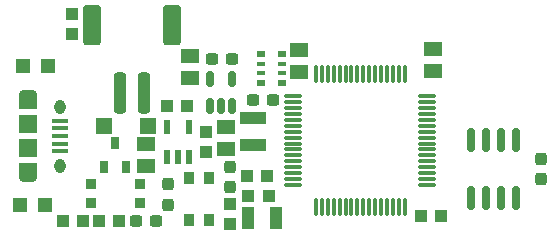
<source format=gbr>
%TF.GenerationSoftware,KiCad,Pcbnew,8.0.4-8.0.4-0~ubuntu22.04.1*%
%TF.CreationDate,2024-08-18T15:20:42-07:00*%
%TF.ProjectId,feather_M4_express,66656174-6865-4725-9f4d-345f65787072,rev?*%
%TF.SameCoordinates,Original*%
%TF.FileFunction,Paste,Top*%
%TF.FilePolarity,Positive*%
%FSLAX46Y46*%
G04 Gerber Fmt 4.6, Leading zero omitted, Abs format (unit mm)*
G04 Created by KiCad (PCBNEW 8.0.4-8.0.4-0~ubuntu22.04.1) date 2024-08-18 15:20:42*
%MOMM*%
%LPD*%
G01*
G04 APERTURE LIST*
G04 Aperture macros list*
%AMRoundRect*
0 Rectangle with rounded corners*
0 $1 Rounding radius*
0 $2 $3 $4 $5 $6 $7 $8 $9 X,Y pos of 4 corners*
0 Add a 4 corners polygon primitive as box body*
4,1,4,$2,$3,$4,$5,$6,$7,$8,$9,$2,$3,0*
0 Add four circle primitives for the rounded corners*
1,1,$1+$1,$2,$3*
1,1,$1+$1,$4,$5*
1,1,$1+$1,$6,$7*
1,1,$1+$1,$8,$9*
0 Add four rect primitives between the rounded corners*
20,1,$1+$1,$2,$3,$4,$5,0*
20,1,$1+$1,$4,$5,$6,$7,0*
20,1,$1+$1,$6,$7,$8,$9,0*
20,1,$1+$1,$8,$9,$2,$3,0*%
G04 Aperture macros list end*
%ADD10R,1.000000X1.075000*%
%ADD11O,1.550000X0.890000*%
%ADD12O,0.950000X1.250000*%
%ADD13R,1.350000X0.400000*%
%ADD14R,1.550000X1.200000*%
%ADD15R,1.550000X1.500000*%
%ADD16R,1.200000X1.200000*%
%ADD17R,0.635000X1.016000*%
%ADD18R,0.900000X0.900000*%
%ADD19R,2.200000X1.016000*%
%ADD20R,1.500000X1.240000*%
%ADD21RoundRect,0.075000X0.075000X-0.662500X0.075000X0.662500X-0.075000X0.662500X-0.075000X-0.662500X0*%
%ADD22RoundRect,0.075000X0.662500X-0.075000X0.662500X0.075000X-0.662500X0.075000X-0.662500X-0.075000X0*%
%ADD23RoundRect,0.237500X-0.237500X0.300000X-0.237500X-0.300000X0.237500X-0.300000X0.237500X0.300000X0*%
%ADD24R,1.075000X1.000000*%
%ADD25R,0.800000X0.500000*%
%ADD26R,0.800000X0.400000*%
%ADD27RoundRect,0.150000X0.150000X-0.825000X0.150000X0.825000X-0.150000X0.825000X-0.150000X-0.825000X0*%
%ADD28RoundRect,0.250000X0.250000X1.500000X-0.250000X1.500000X-0.250000X-1.500000X0.250000X-1.500000X0*%
%ADD29RoundRect,0.250001X0.499999X1.449999X-0.499999X1.449999X-0.499999X-1.449999X0.499999X-1.449999X0*%
%ADD30RoundRect,0.237500X-0.300000X-0.237500X0.300000X-0.237500X0.300000X0.237500X-0.300000X0.237500X0*%
%ADD31R,1.100000X1.900000*%
%ADD32R,1.400000X1.400000*%
%ADD33R,0.850000X1.000000*%
%ADD34R,0.550000X1.200000*%
%ADD35RoundRect,0.237500X0.237500X-0.300000X0.237500X0.300000X-0.237500X0.300000X-0.237500X-0.300000X0*%
%ADD36RoundRect,0.150000X0.150000X-0.512500X0.150000X0.512500X-0.150000X0.512500X-0.150000X-0.512500X0*%
G04 APERTURE END LIST*
D10*
%TO.C,R7*%
X210032600Y-127279400D03*
X210032600Y-128979400D03*
%TD*%
D11*
%TO.C,X3*%
X206298800Y-134138200D03*
D12*
X208998800Y-135138200D03*
X208998800Y-140138200D03*
D11*
X206298800Y-141138200D03*
D13*
X208998800Y-136338200D03*
X208998800Y-136988200D03*
X208998800Y-137638200D03*
X208998800Y-138288200D03*
X208998800Y-138938200D03*
D14*
X206298800Y-134738200D03*
D15*
X206298800Y-136638200D03*
X206298800Y-138638200D03*
D14*
X206298800Y-140538200D03*
%TD*%
D10*
%TO.C,C2*%
X223418400Y-145083900D03*
X223418400Y-143383900D03*
%TD*%
D16*
%TO.C,L1*%
X208000600Y-131724400D03*
X205900600Y-131724400D03*
%TD*%
D17*
%TO.C,Q3*%
X212765600Y-140226800D03*
X214665600Y-140226800D03*
X213715600Y-138226800D03*
%TD*%
D18*
%TO.C,SW1*%
X211673000Y-143332200D03*
X215773000Y-143332200D03*
X211673000Y-141732200D03*
X215773000Y-141732200D03*
%TD*%
D16*
%TO.C,CHG*%
X205689200Y-143484600D03*
X207789200Y-143484600D03*
%TD*%
D19*
%TO.C,L2*%
X225374200Y-136134600D03*
X225374200Y-138388600D03*
%TD*%
D20*
%TO.C,C6*%
X216357200Y-138282600D03*
X216357200Y-140182600D03*
%TD*%
D21*
%TO.C,U$1*%
X230713400Y-143684400D03*
X231213400Y-143684400D03*
X231713400Y-143684400D03*
X232213400Y-143684400D03*
X232713400Y-143684400D03*
X233213400Y-143684400D03*
X233713400Y-143684400D03*
X234213400Y-143684400D03*
X234713400Y-143684400D03*
X235213400Y-143684400D03*
X235713400Y-143684400D03*
X236213400Y-143684400D03*
X236713400Y-143684400D03*
X237213400Y-143684400D03*
X237713400Y-143684400D03*
X238213400Y-143684400D03*
D22*
X240125900Y-141771900D03*
X240125900Y-141271900D03*
X240125900Y-140771900D03*
X240125900Y-140271900D03*
X240125900Y-139771900D03*
X240125900Y-139271900D03*
X240125900Y-138771900D03*
X240125900Y-138271900D03*
X240125900Y-137771900D03*
X240125900Y-137271900D03*
X240125900Y-136771900D03*
X240125900Y-136271900D03*
X240125900Y-135771900D03*
X240125900Y-135271900D03*
X240125900Y-134771900D03*
X240125900Y-134271900D03*
D21*
X238213400Y-132359400D03*
X237713400Y-132359400D03*
X237213400Y-132359400D03*
X236713400Y-132359400D03*
X236213400Y-132359400D03*
X235713400Y-132359400D03*
X235213400Y-132359400D03*
X234713400Y-132359400D03*
X234213400Y-132359400D03*
X233713400Y-132359400D03*
X233213400Y-132359400D03*
X232713400Y-132359400D03*
X232213400Y-132359400D03*
X231713400Y-132359400D03*
X231213400Y-132359400D03*
X230713400Y-132359400D03*
D22*
X228800900Y-134271900D03*
X228800900Y-134771900D03*
X228800900Y-135271900D03*
X228800900Y-135771900D03*
X228800900Y-136271900D03*
X228800900Y-136771900D03*
X228800900Y-137271900D03*
X228800900Y-137771900D03*
X228800900Y-138271900D03*
X228800900Y-138771900D03*
X228800900Y-139271900D03*
X228800900Y-139771900D03*
X228800900Y-140271900D03*
X228800900Y-140771900D03*
X228800900Y-141271900D03*
X228800900Y-141771900D03*
%TD*%
D23*
%TO.C,C10*%
X249758200Y-139573000D03*
X249758200Y-141298000D03*
%TD*%
D24*
%TO.C,R8*%
X218098000Y-135128000D03*
X219798000Y-135128000D03*
%TD*%
D10*
%TO.C,R3*%
X221437200Y-137288800D03*
X221437200Y-138988800D03*
%TD*%
D25*
%TO.C,R9*%
X227874400Y-133102200D03*
D26*
X227874400Y-132302200D03*
X227874400Y-131502200D03*
D25*
X227874400Y-130702200D03*
X226074400Y-130702200D03*
D26*
X226074400Y-131502200D03*
X226074400Y-132302200D03*
D25*
X226074400Y-133102200D03*
%TD*%
D27*
%TO.C,U1*%
X243865400Y-142911600D03*
X245135400Y-142911600D03*
X246405400Y-142911600D03*
X247675400Y-142911600D03*
X247675400Y-137961600D03*
X246405400Y-137961600D03*
X245135400Y-137961600D03*
X243865400Y-137961600D03*
%TD*%
D20*
%TO.C,C3*%
X220065600Y-130835400D03*
X220065600Y-132735400D03*
%TD*%
%TO.C,C5*%
X240604600Y-130264100D03*
X240604600Y-132164100D03*
%TD*%
%TO.C,C8*%
X229235000Y-132232400D03*
X229235000Y-130332400D03*
%TD*%
D28*
%TO.C,X1*%
X216140800Y-134020000D03*
X214140800Y-134020000D03*
D29*
X218490800Y-128270000D03*
X211790800Y-128270000D03*
%TD*%
D24*
%TO.C,R6*%
X224866200Y-140995400D03*
X226566200Y-140995400D03*
%TD*%
D30*
%TO.C,C7*%
X221870100Y-131102100D03*
X223595100Y-131102100D03*
%TD*%
D20*
%TO.C,C13*%
X223113600Y-136829800D03*
X223113600Y-138729800D03*
%TD*%
D23*
%TO.C,C11*%
X223418400Y-140234500D03*
X223418400Y-141959500D03*
%TD*%
D24*
%TO.C,C4*%
X226695000Y-142722600D03*
X224995000Y-142722600D03*
%TD*%
D31*
%TO.C,X2*%
X224930000Y-144576800D03*
X227330000Y-144576800D03*
%TD*%
D32*
%TO.C,D4*%
X212775800Y-136753600D03*
X216475800Y-136753600D03*
%TD*%
D33*
%TO.C,LED1*%
X221688600Y-141224000D03*
X219938600Y-141224000D03*
X219938600Y-144724000D03*
X221688600Y-144724000D03*
%TD*%
D34*
%TO.C,U3*%
X218099600Y-139446000D03*
X219049600Y-139446000D03*
X219999600Y-139446000D03*
X219999600Y-136845800D03*
X218099600Y-136845800D03*
%TD*%
D24*
%TO.C,R2*%
X209296000Y-144805400D03*
X210996000Y-144805400D03*
%TD*%
D30*
%TO.C,C14*%
X215443900Y-144830800D03*
X217168900Y-144830800D03*
%TD*%
D24*
%TO.C,R4*%
X214071200Y-144830800D03*
X212371200Y-144830800D03*
%TD*%
D35*
%TO.C,C12*%
X218186000Y-143433800D03*
X218186000Y-141708800D03*
%TD*%
D36*
%TO.C,U2*%
X221716600Y-135091600D03*
X222666600Y-135091600D03*
X223616600Y-135091600D03*
X223616600Y-132816600D03*
X221716600Y-132816600D03*
%TD*%
D30*
%TO.C,C15*%
X225374200Y-134594600D03*
X227099200Y-134594600D03*
%TD*%
D24*
%TO.C,R5*%
X239572800Y-144424400D03*
X241272800Y-144424400D03*
%TD*%
M02*

</source>
